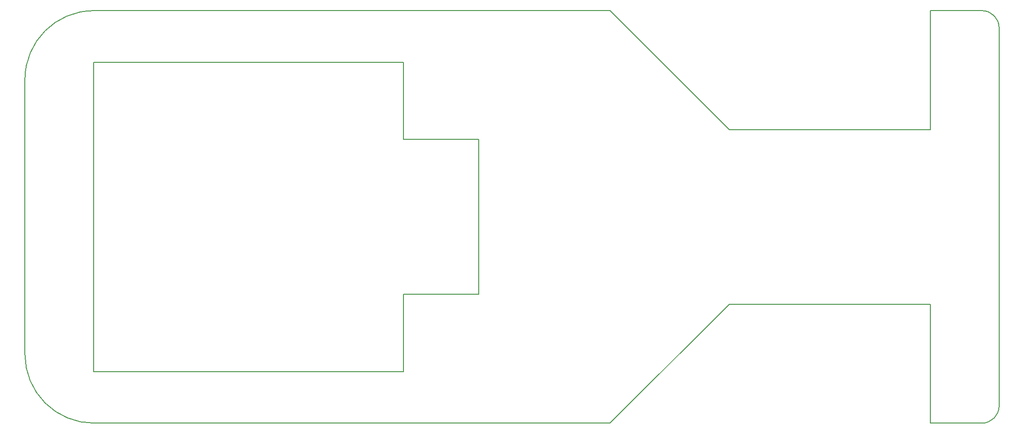
<source format=gbr>
%TF.GenerationSoftware,KiCad,Pcbnew,7.0.5-4d25ed1034~172~ubuntu22.04.1*%
%TF.CreationDate,2023-05-31T11:12:09-04:00*%
%TF.ProjectId,car_control,6361725f-636f-46e7-9472-6f6c2e6b6963,rev?*%
%TF.SameCoordinates,Original*%
%TF.FileFunction,Profile,NP*%
%FSLAX46Y46*%
G04 Gerber Fmt 4.6, Leading zero omitted, Abs format (unit mm)*
G04 Created by KiCad (PCBNEW 7.0.5-4d25ed1034~172~ubuntu22.04.1) date 2023-05-31 11:12:09*
%MOMM*%
%LPD*%
G01*
G04 APERTURE LIST*
%TA.AperFunction,Profile*%
%ADD10C,0.200000*%
%TD*%
G04 APERTURE END LIST*
D10*
X252222000Y-122935999D02*
X252222000Y-53086000D01*
X142367000Y-102311200D02*
X156218371Y-102311200D01*
X239522000Y-104142000D02*
X239522000Y-126111000D01*
X85216998Y-126111000D02*
X180467000Y-126111000D01*
X202436000Y-104142000D02*
X239522000Y-104142000D01*
X85217000Y-59436000D02*
X142367000Y-59436000D01*
X142367000Y-73710800D02*
X156218371Y-73710800D01*
X202436000Y-71880000D02*
X239522000Y-71880000D01*
X239522000Y-49911000D02*
X249047002Y-49911000D01*
X85217000Y-104142000D02*
X85217000Y-59436000D01*
X85217000Y-49911000D02*
G75*
G03*
X72517000Y-62611000I0J-12700000D01*
G01*
X249047000Y-126111000D02*
G75*
G03*
X252222000Y-122936000I0J3175000D01*
G01*
X252222000Y-53086000D02*
G75*
G03*
X249047000Y-49911000I-3175000J0D01*
G01*
X142367000Y-59436000D02*
X142367000Y-73710800D01*
X142367000Y-102311200D02*
X142367000Y-116586000D01*
X239522000Y-126111000D02*
X249047000Y-126111000D01*
X180467000Y-49911000D02*
X85217002Y-49911000D01*
X72517000Y-113411000D02*
G75*
G03*
X85217002Y-126111000I12700000J0D01*
G01*
X180467000Y-49911000D02*
X202436000Y-71880000D01*
X85217000Y-116586000D02*
X142367000Y-116586000D01*
X85217000Y-116586000D02*
X85217000Y-104142000D01*
X156218371Y-102311200D02*
X156218371Y-73710800D01*
X72517000Y-62611000D02*
X72517000Y-113411000D01*
X239522000Y-49911000D02*
X239522000Y-71880000D01*
X180467000Y-126111000D02*
X202436000Y-104142000D01*
M02*

</source>
